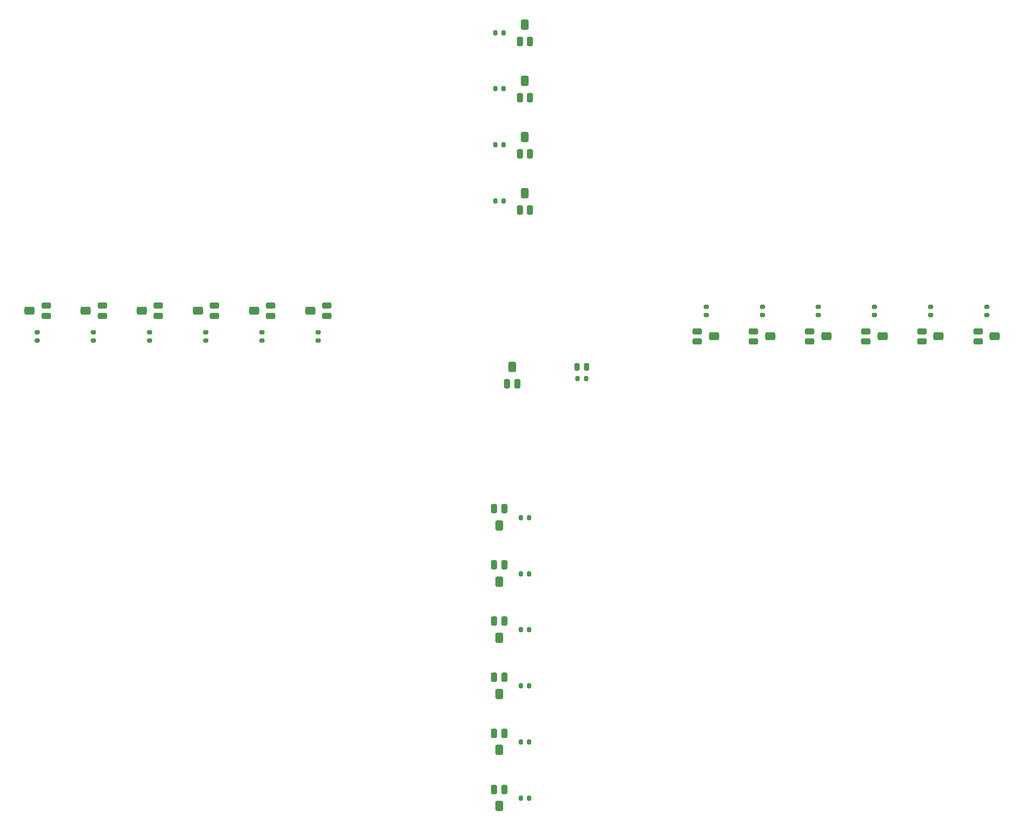
<source format=gbr>
%TF.GenerationSoftware,KiCad,Pcbnew,7.0.6*%
%TF.CreationDate,2023-12-18T00:12:50+09:00*%
%TF.ProjectId,LineSensor_20230418,4c696e65-5365-46e7-936f-725f32303233,rev?*%
%TF.SameCoordinates,Original*%
%TF.FileFunction,Paste,Top*%
%TF.FilePolarity,Positive*%
%FSLAX46Y46*%
G04 Gerber Fmt 4.6, Leading zero omitted, Abs format (unit mm)*
G04 Created by KiCad (PCBNEW 7.0.6) date 2023-12-18 00:12:50*
%MOMM*%
%LPD*%
G01*
G04 APERTURE LIST*
G04 Aperture macros list*
%AMRoundRect*
0 Rectangle with rounded corners*
0 $1 Rounding radius*
0 $2 $3 $4 $5 $6 $7 $8 $9 X,Y pos of 4 corners*
0 Add a 4 corners polygon primitive as box body*
4,1,4,$2,$3,$4,$5,$6,$7,$8,$9,$2,$3,0*
0 Add four circle primitives for the rounded corners*
1,1,$1+$1,$2,$3*
1,1,$1+$1,$4,$5*
1,1,$1+$1,$6,$7*
1,1,$1+$1,$8,$9*
0 Add four rect primitives between the rounded corners*
20,1,$1+$1,$2,$3,$4,$5,0*
20,1,$1+$1,$4,$5,$6,$7,0*
20,1,$1+$1,$6,$7,$8,$9,0*
20,1,$1+$1,$8,$9,$2,$3,0*%
G04 Aperture macros list end*
%ADD10RoundRect,0.300000X-0.300000X-0.600000X0.300000X-0.600000X0.300000X0.600000X-0.300000X0.600000X0*%
%ADD11RoundRect,0.400000X-0.400000X-0.600000X0.400000X-0.600000X0.400000X0.600000X-0.400000X0.600000X0*%
%ADD12RoundRect,0.200000X-0.275000X0.200000X-0.275000X-0.200000X0.275000X-0.200000X0.275000X0.200000X0*%
%ADD13RoundRect,0.300000X0.300000X0.600000X-0.300000X0.600000X-0.300000X-0.600000X0.300000X-0.600000X0*%
%ADD14RoundRect,0.400000X0.400000X0.600000X-0.400000X0.600000X-0.400000X-0.600000X0.400000X-0.600000X0*%
%ADD15RoundRect,0.200000X-0.200000X-0.275000X0.200000X-0.275000X0.200000X0.275000X-0.200000X0.275000X0*%
%ADD16RoundRect,0.300000X-0.600000X0.300000X-0.600000X-0.300000X0.600000X-0.300000X0.600000X0.300000X0*%
%ADD17RoundRect,0.400000X-0.600000X0.400000X-0.600000X-0.400000X0.600000X-0.400000X0.600000X0.400000X0*%
%ADD18RoundRect,0.200000X0.200000X0.275000X-0.200000X0.275000X-0.200000X-0.275000X0.200000X-0.275000X0*%
%ADD19RoundRect,0.200000X0.275000X-0.200000X0.275000X0.200000X-0.275000X0.200000X-0.275000X-0.200000X0*%
%ADD20RoundRect,0.250000X-0.250000X-0.475000X0.250000X-0.475000X0.250000X0.475000X-0.250000X0.475000X0*%
%ADD21RoundRect,0.300000X0.600000X-0.300000X0.600000X0.300000X-0.600000X0.300000X-0.600000X-0.300000X0*%
%ADD22RoundRect,0.400000X0.600000X-0.400000X0.600000X0.400000X-0.600000X0.400000X-0.600000X-0.400000X0*%
G04 APERTURE END LIST*
D10*
%TO.C,R3*%
X151500000Y-115960000D03*
D11*
X152500000Y-112710000D03*
D10*
X153500000Y-115960000D03*
%TD*%
D12*
%TO.C,R31*%
X221000000Y-145922500D03*
X221000000Y-147572500D03*
%TD*%
D13*
%TO.C,R15*%
X148500000Y-196535000D03*
D14*
X147500000Y-199785000D03*
D13*
X146500000Y-196535000D03*
%TD*%
D12*
%TO.C,R29*%
X243000000Y-145922500D03*
X243000000Y-147572500D03*
%TD*%
D15*
%TO.C,R25*%
X146675000Y-92247500D03*
X148325000Y-92247500D03*
%TD*%
D16*
%TO.C,R7*%
X219287500Y-150747500D03*
D17*
X222537500Y-151747500D03*
D16*
X219287500Y-152747500D03*
%TD*%
D10*
%TO.C,R23*%
X149000000Y-160997500D03*
D11*
X150000000Y-157747500D03*
D10*
X151000000Y-160997500D03*
%TD*%
D18*
%TO.C,R24*%
X164475000Y-160000000D03*
X162825000Y-160000000D03*
%TD*%
D15*
%TO.C,R27*%
X146675000Y-114247500D03*
X148325000Y-114247500D03*
%TD*%
D19*
%TO.C,R46*%
X112000000Y-152572500D03*
X112000000Y-150922500D03*
%TD*%
D13*
%TO.C,R12*%
X148500000Y-229535000D03*
D14*
X147500000Y-232785000D03*
D13*
X146500000Y-229535000D03*
%TD*%
D18*
%TO.C,R38*%
X153325000Y-209247500D03*
X151675000Y-209247500D03*
%TD*%
D20*
%TO.C,C1*%
X162700000Y-157747500D03*
X164600000Y-157747500D03*
%TD*%
D18*
%TO.C,R35*%
X153325000Y-242247500D03*
X151675000Y-242247500D03*
%TD*%
D13*
%TO.C,R16*%
X148500000Y-185535000D03*
D14*
X147500000Y-188785000D03*
D13*
X146500000Y-185535000D03*
%TD*%
%TO.C,R13*%
X148500000Y-218535000D03*
D14*
X147500000Y-221785000D03*
D13*
X146500000Y-218535000D03*
%TD*%
D21*
%TO.C,R22*%
X113712500Y-147747500D03*
D22*
X110462500Y-146747500D03*
D21*
X113712500Y-145747500D03*
%TD*%
D16*
%TO.C,R8*%
X208287500Y-150747500D03*
D17*
X211537500Y-151747500D03*
D16*
X208287500Y-152747500D03*
%TD*%
D21*
%TO.C,R20*%
X91712500Y-147747500D03*
D22*
X88462500Y-146747500D03*
D21*
X91712500Y-145747500D03*
%TD*%
D16*
%TO.C,R9*%
X197287500Y-150747500D03*
D17*
X200537500Y-151747500D03*
D16*
X197287500Y-152747500D03*
%TD*%
D13*
%TO.C,R11*%
X148500000Y-240535000D03*
D14*
X147500000Y-243785000D03*
D13*
X146500000Y-240535000D03*
%TD*%
D21*
%TO.C,R18*%
X69712500Y-147747500D03*
D22*
X66462500Y-146747500D03*
D21*
X69712500Y-145747500D03*
%TD*%
D12*
%TO.C,R32*%
X210000000Y-145922500D03*
X210000000Y-147572500D03*
%TD*%
D19*
%TO.C,R41*%
X57000000Y-152572500D03*
X57000000Y-150922500D03*
%TD*%
D21*
%TO.C,R19*%
X80712500Y-147747500D03*
D22*
X77462500Y-146747500D03*
D21*
X80712500Y-145747500D03*
%TD*%
D18*
%TO.C,R40*%
X153325000Y-187247500D03*
X151675000Y-187247500D03*
%TD*%
%TO.C,R39*%
X153325000Y-198247500D03*
X151675000Y-198247500D03*
%TD*%
D19*
%TO.C,R43*%
X79000000Y-152572500D03*
X79000000Y-150922500D03*
%TD*%
D18*
%TO.C,R37*%
X153325000Y-220247500D03*
X151675000Y-220247500D03*
%TD*%
D12*
%TO.C,R34*%
X188000000Y-145922500D03*
X188000000Y-147572500D03*
%TD*%
D10*
%TO.C,R1*%
X151500000Y-93960000D03*
D11*
X152500000Y-90710000D03*
D10*
X153500000Y-93960000D03*
%TD*%
D21*
%TO.C,R17*%
X58712500Y-147747500D03*
D22*
X55462500Y-146747500D03*
D21*
X58712500Y-145747500D03*
%TD*%
D16*
%TO.C,R5*%
X241287500Y-150747500D03*
D17*
X244537500Y-151747500D03*
D16*
X241287500Y-152747500D03*
%TD*%
D18*
%TO.C,R36*%
X153325000Y-231247500D03*
X151675000Y-231247500D03*
%TD*%
D16*
%TO.C,R10*%
X186287500Y-150747500D03*
D17*
X189537500Y-151747500D03*
D16*
X186287500Y-152747500D03*
%TD*%
D19*
%TO.C,R45*%
X101000000Y-152572500D03*
X101000000Y-150922500D03*
%TD*%
D12*
%TO.C,R30*%
X232000000Y-145922500D03*
X232000000Y-147572500D03*
%TD*%
D19*
%TO.C,R42*%
X68000000Y-152572500D03*
X68000000Y-150922500D03*
%TD*%
D10*
%TO.C,R2*%
X151500000Y-104960000D03*
D11*
X152500000Y-101710000D03*
D10*
X153500000Y-104960000D03*
%TD*%
D15*
%TO.C,R28*%
X146675000Y-125247500D03*
X148325000Y-125247500D03*
%TD*%
D21*
%TO.C,R21*%
X102712500Y-147747500D03*
D22*
X99462500Y-146747500D03*
D21*
X102712500Y-145747500D03*
%TD*%
D19*
%TO.C,R44*%
X90000000Y-152572500D03*
X90000000Y-150922500D03*
%TD*%
D13*
%TO.C,R14*%
X148500000Y-207535000D03*
D14*
X147500000Y-210785000D03*
D13*
X146500000Y-207535000D03*
%TD*%
D12*
%TO.C,R33*%
X199000000Y-145922500D03*
X199000000Y-147572500D03*
%TD*%
D10*
%TO.C,R4*%
X151500000Y-126960000D03*
D11*
X152500000Y-123710000D03*
D10*
X153500000Y-126960000D03*
%TD*%
D15*
%TO.C,R26*%
X146675000Y-103247500D03*
X148325000Y-103247500D03*
%TD*%
D16*
%TO.C,R6*%
X230287500Y-150747500D03*
D17*
X233537500Y-151747500D03*
D16*
X230287500Y-152747500D03*
%TD*%
M02*

</source>
